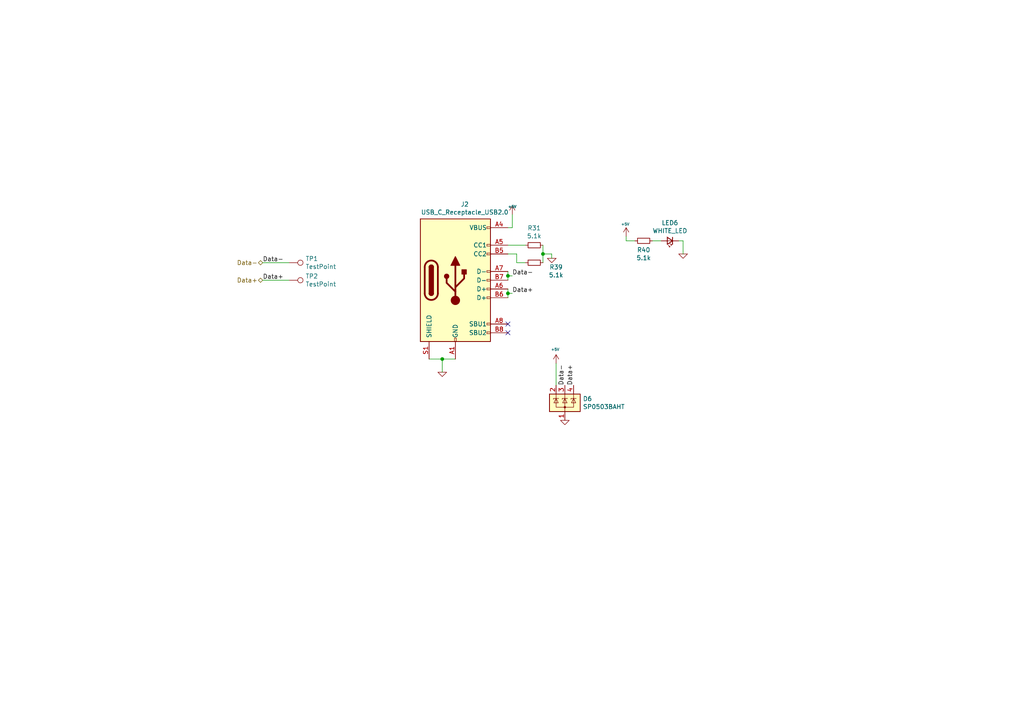
<source format=kicad_sch>
(kicad_sch (version 20250114) (generator "eeschema") (generator_version "9.0")
  (paper "A4")
  (lib_symbols
    (symbol "+5V_9" (power) (pin_names (offset 0))
      (property "Value" "+5V" (at 0 3.556 0))
      (symbol "+5V_9_0_1"
        (polyline (pts (xy -0.762 1.27) (xy 0 2.54)))
        (polyline (pts (xy 0 2.54) (xy 0.762 1.27)))
        (polyline (pts (xy 0 0) (xy 0 2.54)))
      )
      (symbol "+5V_9_1_1"
        (pin power_in line (at 0 0 90) (length 0) (hide yes) (name "+5V") (number "1"))
      )
    )
    (symbol "Connector:TestPoint" (pin_numbers (hide yes)) (pin_names (offset 0.762) (hide yes))
      (property "Reference" "TP" (at 0 6.858 0))
      (property "Value" "TestPoint" (at 0 5.08 0))
      (symbol "TestPoint_0_1"
        (circle (center 0 3.302) (radius 0.762))
      )
      (symbol "TestPoint_1_1"
        (pin passive line (at 0 0 90) (length 2.54) (name "1") (number "1"))
      )
    )
    (symbol "Connector:USB_C_Receptacle_USB2.0" (pin_names (offset 1.016))
      (property "Reference" "J" (at -10.16 19.05 0))
      (property "Value" "USB_C_Receptacle_USB2.0" (at 19.05 19.05 0))
      (symbol "USB_C_Receptacle_USB2.0_0_0"
        (rectangle (start -0.254 -17.78) (end 0.254 -16.764))
        (rectangle (start 10.16 15.494) (end 9.144 14.986))
        (rectangle (start 10.16 10.414) (end 9.144 9.906))
        (rectangle (start 10.16 7.874) (end 9.144 7.366))
        (rectangle (start 10.16 2.794) (end 9.144 2.286))
        (rectangle (start 10.16 0.254) (end 9.144 -0.254))
        (rectangle (start 10.16 -2.286) (end 9.144 -2.794))
        (rectangle (start 10.16 -4.826) (end 9.144 -5.334))
        (rectangle (start 10.16 -12.446) (end 9.144 -12.954))
        (rectangle (start 10.16 -14.986) (end 9.144 -15.494))
      )
      (symbol "USB_C_Receptacle_USB2.0_0_1"
        (rectangle (start -10.16 17.78) (end 10.16 -17.78) (stroke (width 0.254)) (fill (type background)))
        (polyline (pts (xy -8.89 -3.81) (xy -8.89 3.81)) (stroke (width 0.508)))
        (rectangle (start -7.62 -3.81) (end -6.35 3.81) (stroke (width 0.254)) (fill (type outline)))
        (arc (start -7.62 3.81) (mid -6.985 4.4423) (end -6.35 3.81) (stroke (width 0.254)))
        (arc (start -7.62 3.81) (mid -6.985 4.4423) (end -6.35 3.81) (stroke (width 0.254)) (fill (type outline)))
        (arc (start -8.89 3.81) (mid -6.985 5.7067) (end -5.08 3.81) (stroke (width 0.508)))
        (arc (start -5.08 -3.81) (mid -6.985 -5.7067) (end -8.89 -3.81) (stroke (width 0.508)))
        (arc (start -6.35 -3.81) (mid -6.985 -4.4423) (end -7.62 -3.81) (stroke (width 0.254)))
        (arc (start -6.35 -3.81) (mid -6.985 -4.4423) (end -7.62 -3.81) (stroke (width 0.254)) (fill (type outline)))
        (polyline (pts (xy -5.08 3.81) (xy -5.08 -3.81)) (stroke (width 0.508)))
        (circle (center -2.54 1.143) (radius 0.635) (stroke (width 0.254)) (fill (type outline)))
        (polyline (pts (xy -1.27 4.318) (xy 0 6.858) (xy 1.27 4.318) (xy -1.27 4.318)) (stroke (width 0.254)) (fill (type outline)))
        (polyline (pts (xy 0 -2.032) (xy 2.54 0.508) (xy 2.54 1.778)) (stroke (width 0.508)))
        (polyline (pts (xy 0 -3.302) (xy -2.54 -0.762) (xy -2.54 0.508)) (stroke (width 0.508)))
        (polyline (pts (xy 0 -5.842) (xy 0 4.318)) (stroke (width 0.508)))
        (circle (center 0 -5.842) (radius 1.27) (fill (type outline)))
        (rectangle (start 1.905 1.778) (end 3.175 3.048) (stroke (width 0.254)) (fill (type outline)))
      )
      (symbol "USB_C_Receptacle_USB2.0_1_1"
        (pin passive line (at -7.62 -22.86 90) (length 5.08) (name "SHIELD") (number "S1"))
        (pin passive line (at 0 -22.86 90) (length 5.08) (name "GND") (number "A1"))
        (pin passive line (at 0 -22.86 90) (length 5.08) (hide yes) (name "GND") (number "A12"))
        (pin passive line (at 0 -22.86 90) (length 5.08) (hide yes) (name "GND") (number "B1"))
        (pin passive line (at 0 -22.86 90) (length 5.08) (hide yes) (name "GND") (number "B12"))
        (pin passive line (at 15.24 15.24 180) (length 5.08) (name "VBUS") (number "A4"))
        (pin passive line (at 15.24 15.24 180) (length 5.08) (hide yes) (name "VBUS") (number "A9"))
        (pin passive line (at 15.24 15.24 180) (length 5.08) (hide yes) (name "VBUS") (number "B4"))
        (pin passive line (at 15.24 15.24 180) (length 5.08) (hide yes) (name "VBUS") (number "B9"))
        (pin bidirectional line (at 15.24 10.16 180) (length 5.08) (name "CC1") (number "A5"))
        (pin bidirectional line (at 15.24 7.62 180) (length 5.08) (name "CC2") (number "B5"))
        (pin bidirectional line (at 15.24 2.54 180) (length 5.08) (name "D-") (number "A7"))
        (pin bidirectional line (at 15.24 0 180) (length 5.08) (name "D-") (number "B7"))
        (pin bidirectional line (at 15.24 -2.54 180) (length 5.08) (name "D+") (number "A6"))
        (pin bidirectional line (at 15.24 -5.08 180) (length 5.08) (name "D+") (number "B6"))
        (pin bidirectional line (at 15.24 -12.7 180) (length 5.08) (name "SBU1") (number "A8"))
        (pin bidirectional line (at 15.24 -15.24 180) (length 5.08) (name "SBU2") (number "B8"))
      )
    )
    (symbol "Device:LED_Small" (pin_numbers (hide yes)) (pin_names (offset 0.254) (hide yes))
      (property "Reference" "D" (at -1.27 3.175 0))
      (property "Value" "LED_Small" (at -4.445 -2.54 0))
      (symbol "LED_Small_0_1"
        (polyline (pts (xy -0.762 -1.016) (xy -0.762 1.016)) (stroke (width 0.254)))
        (polyline (pts (xy 0 0.762) (xy -0.508 1.27) (xy -0.254 1.27) (xy -0.508 1.27) (xy -0.508 1.016)))
        (polyline (pts (xy 0.508 1.27) (xy 0 1.778) (xy 0.254 1.778) (xy 0 1.778) (xy 0 1.524)))
        (polyline (pts (xy 0.762 -1.016) (xy -0.762 0) (xy 0.762 1.016) (xy 0.762 -1.016)) (stroke (width 0.254)))
        (polyline (pts (xy 1.016 0) (xy -0.762 0)))
      )
      (symbol "LED_Small_1_1"
        (pin passive line (at -2.54 0 0) (length 1.778) (name "K") (number "1"))
        (pin passive line (at 2.54 0 180) (length 1.778) (name "A") (number "2"))
      )
    )
    (symbol "Device:R_Small" (pin_numbers (hide yes)) (pin_names (offset 0.254) (hide yes))
      (property "Reference" "R" (at 0.762 0.508 0))
      (property "Value" "R_Small" (at 0.762 -1.016 0))
      (symbol "R_Small_0_1"
        (rectangle (start -0.762 1.778) (end 0.762 -1.778) (stroke (width 0.2032)))
      )
      (symbol "R_Small_1_1"
        (pin passive line (at 0 2.54 270) (length 0.762) (name "~") (number "1"))
        (pin passive line (at 0 -2.54 90) (length 0.762) (name "~") (number "2"))
      )
    )
    (symbol "GND-RESCUE-BLDC_4_29" (power) (pin_names (offset 0))
      (symbol "GND-RESCUE-BLDC_4_29_0_1"
        (polyline (pts (xy -1.27 0) (xy 0 -1.27) (xy 1.27 0) (xy -1.27 0)))
      )
      (symbol "GND-RESCUE-BLDC_4_29_1_1"
        (pin power_in line (at 0 0 90) (length 0) (hide yes) (name "GND") (number "1"))
      )
    )
    (symbol "Power_Protection:SP0503BAHT" (pin_names (hide yes))
      (property "Reference" "D" (at 5.715 2.54 0))
      (property "Value" "SP0503BAHT" (at 5.715 0.635 0))
      (symbol "SP0503BAHT_0_0"
        (pin passive line (at 0 -5.08 90) (length 2.54) (name "A") (number "1"))
      )
      (symbol "SP0503BAHT_0_1"
        (rectangle (start -4.445 2.54) (end 4.445 -2.54) (stroke (width 0.254)) (fill (type background)))
        (polyline (pts (xy -3.302 1.016) (xy -3.302 1.27) (xy -1.905 1.27) (xy -1.778 1.27)))
        (polyline (pts (xy -2.54 2.54) (xy -2.54 1.27)))
        (polyline (pts (xy -2.54 1.27) (xy -2.54 -1.27) (xy 2.54 -1.27) (xy 2.54 1.27)))
        (polyline (pts (xy -2.54 1.27) (xy -1.905 0) (xy -3.175 0) (xy -2.54 1.27)))
        (polyline (pts (xy 0 2.54) (xy 0 1.27)))
        (polyline (pts (xy 0 -1.27) (xy 0 1.27)))
        (polyline (pts (xy 0 -1.27) (xy 0 -2.54)))
        (circle (center 0 -1.27) (radius 0.254) (fill (type outline)))
        (polyline (pts (xy 0.635 1.27) (xy 0.762 1.27)))
        (polyline (pts (xy 0.635 1.27) (xy -0.762 1.27) (xy -0.762 1.016)))
        (polyline (pts (xy 0.635 0) (xy -0.635 0) (xy 0 1.27) (xy 0.635 0)))
        (polyline (pts (xy 1.778 1.016) (xy 1.778 1.27) (xy 3.175 1.27) (xy 3.302 1.27)))
        (polyline (pts (xy 2.54 2.54) (xy 2.54 1.27)))
        (polyline (pts (xy 2.54 1.27) (xy 1.905 0) (xy 3.175 0) (xy 2.54 1.27)))
      )
      (symbol "SP0503BAHT_1_1"
        (pin passive line (at -2.54 5.08 270) (length 2.54) (name "K") (number "2"))
        (pin passive line (at 0 5.08 270) (length 2.54) (name "K") (number "3"))
        (pin passive line (at 2.54 5.08 270) (length 2.54) (name "K") (number "4"))
      )
    )
  )
  (junction (at 147.32 85.09))
  (junction (at 128.27 104.14))
  (junction (at 147.32 80.01))
  (junction (at 157.48 73.66))
  (no_connect (at 147.32 93.98))
  (no_connect (at 147.32 96.52))
  (wire (pts (xy 128.27 104.14) (xy 128.27 107.95)))
  (wire (pts (xy 161.29 105.41) (xy 161.29 111.76)))
  (wire (pts (xy 76.2 76.2) (xy 83.82 76.2)))
  (wire (pts (xy 149.86 76.2) (xy 152.4 76.2)))
  (wire (pts (xy 147.32 85.09) (xy 148.59 85.09)))
  (wire (pts (xy 157.48 71.12) (xy 157.48 73.66)))
  (wire (pts (xy 147.32 81.28) (xy 147.32 80.01)))
  (wire (pts (xy 147.32 71.12) (xy 152.4 71.12)))
  (wire (pts (xy 124.46 104.14) (xy 128.27 104.14)))
  (wire (pts (xy 149.86 73.66) (xy 149.86 76.2)))
  (wire (pts (xy 147.32 80.01) (xy 147.32 78.74)))
  (wire (pts (xy 148.59 62.23) (xy 148.59 66.04)))
  (wire (pts (xy 148.59 66.04) (xy 147.32 66.04)))
  (wire (pts (xy 198.12 73.66) (xy 198.12 69.85)))
  (wire (pts (xy 157.48 73.66) (xy 160.02 73.66)))
  (wire (pts (xy 147.32 73.66) (xy 149.86 73.66)))
  (wire (pts (xy 157.48 76.2) (xy 157.48 73.66)))
  (wire (pts (xy 147.32 80.01) (xy 148.59 80.01)))
  (wire (pts (xy 128.27 104.14) (xy 132.08 104.14)))
  (wire (pts (xy 181.61 69.85) (xy 181.61 68.58)))
  (wire (pts (xy 184.15 69.85) (xy 181.61 69.85)))
  (wire (pts (xy 147.32 85.09) (xy 147.32 86.36)))
  (wire (pts (xy 147.32 83.82) (xy 147.32 85.09)))
  (wire (pts (xy 76.2 81.28) (xy 83.82 81.28)))
  (wire (pts (xy 160.02 73.66) (xy 160.02 74.93)))
  (wire (pts (xy 191.77 69.85) (xy 189.23 69.85)))
  (wire (pts (xy 198.12 69.85) (xy 196.85 69.85)))
  (label "Data+" (at 148.59 85.09 0))
  (label "Data-" (at 76.2 76.2 0))
  (label "Data+" (at 166.37 111.76 90))
  (label "Data-" (at 148.59 80.01 0))
  (label "Data-" (at 163.83 111.76 90))
  (label "Data+" (at 76.2 81.28 0))
  (hierarchical_label "Data-" (shape bidirectional) (at 76.2 76.2 180))
  (hierarchical_label "Data+" (shape bidirectional) (at 76.2 81.28 180))
  (symbol (lib_id "Connector:USB_C_Receptacle_USB2.0") (at 132.08 81.28 0) (unit 1)
    (property "Reference" "J2" (at 134.7978 59.2582 0))
    (property "Value" "USB_C_Receptacle_USB2.0" (at 134.7978 61.5696 0))
    (property "Footprint" "iclr:USB_C_Receptacle_Palconn_UTC16-G" (effects (hide yes)))
    (property "Datasheet" "https://www.usb.org/sites/default/files/documents/usb_type-c.zip" (effects (hide yes)))
  )
  (symbol (lib_id "Connector:TestPoint") (at 83.82 76.2 270) (unit 1)
    (property "Reference" "TP1" (at 88.5952 75.0316 90) (effects (justify left)))
    (property "Value" "TestPoint" (at 88.5952 77.343 90) (effects (justify left)))
    (property "Footprint" "TestPoint:TestPoint_Pad_D1.0mm" (effects (hide yes)))
    (property "Description" "test point" (effects (hide yes)))
  )
  (symbol (lib_id "Connector:TestPoint") (at 83.82 81.28 270) (unit 1)
    (property "Reference" "TP2" (at 88.5952 80.1116 90) (effects (justify left)))
    (property "Value" "TestPoint" (at 88.5952 82.423 90) (effects (justify left)))
    (property "Footprint" "TestPoint:TestPoint_Pad_D1.0mm" (effects (hide yes)))
    (property "Description" "test point" (effects (hide yes)))
  )
  (symbol (lib_id "Device:LED_Small") (at 194.31 69.85 180) (unit 1)
    (property "Reference" "LED6" (at 194.31 64.643 0))
    (property "Value" "WHITE_LED" (at 194.31 66.9544 0))
    (property "Footprint" "LED_SMD:LED_0402_1005Metric" (effects (hide yes)))
    (property "Description" "Light emitting diode, small symbol" (effects (hide yes)))
  )
  (symbol (lib_name "+5V_9") (lib_id "BLDC_4-rescue:+5V") (at 161.29 105.41 0) (unit 1)
    (property "Reference" "#PWR027" (effects (hide yes)))
    (property "Value" "+5V" (at 161.036 101.346 0) (effects (font (size 0.762 0.762))))
  )
  (symbol (lib_name "+5V_9") (lib_id "BLDC_4-rescue:+5V") (at 148.59 62.23 0) (unit 1)
    (property "Reference" "#PWR029" (effects (hide yes)))
    (property "Value" "+5V" (at 148.59 59.944 0) (effects (font (size 0.762 0.762))))
  )
  (symbol (lib_id "Device:R_Small") (at 186.69 69.85 90) (unit 1)
    (property "Reference" "R40" (at 186.69 72.4916 90))
    (property "Value" "5.1k" (at 186.69 74.803 90))
    (property "Footprint" "Resistor_SMD:R_0402_1005Metric" (effects (hide yes)))
    (property "Description" "Resistor, small symbol" (effects (hide yes)))
  )
  (symbol (lib_id "Device:R_Small") (at 154.94 76.2 270) (unit 1)
    (property "Reference" "R39" (at 161.29 77.47 90))
    (property "Value" "5.1k" (at 161.29 79.7814 90))
    (property "Footprint" "Resistor_SMD:R_0402_1005Metric" (effects (hide yes)))
    (property "Description" "Resistor, small symbol" (effects (hide yes)))
  )
  (symbol (lib_name "GND-RESCUE-BLDC_4_29") (lib_id "BLDC_4-rescue:GND-RESCUE-BLDC_4") (at 163.83 121.92 0) (mirror y) (unit 1)
    (property "Reference" "#PWR028" (effects (hide yes)))
    (property "Value" "GND" (effects (hide yes)))
  )
  (symbol (lib_name "GND-RESCUE-BLDC_4_29") (lib_id "BLDC_4-rescue:GND-RESCUE-BLDC_4") (at 128.27 107.95 0) (mirror y) (unit 1)
    (property "Reference" "#PWR026" (effects (hide yes)))
    (property "Value" "GND" (effects (hide yes)))
  )
  (symbol (lib_id "Power_Protection:SP0503BAHT") (at 163.83 116.84 0) (unit 1)
    (property "Reference" "D6" (at 169.037 115.6716 0) (effects (justify left)))
    (property "Value" "SP0503BAHT" (at 169.037 117.983 0) (effects (justify left)))
    (property "Footprint" "Package_TO_SOT_SMD:SOT-143" (effects (hide yes)))
    (property "Datasheet" "http://www.littelfuse.com/~/media/files/littelfuse/technical%20resources/documents/data%20sheets/sp05xxba.pdf" (effects (hide yes)))
    (property "Description" "TVS Diode Array, 5.5V Standoff, 3 Channels, SOT-143 package" (effects (hide yes)))
  )
  (symbol (lib_name "+5V_9") (lib_id "BLDC_4-rescue:+5V") (at 181.61 68.58 0) (unit 1)
    (property "Reference" "#PWR025" (effects (hide yes)))
    (property "Value" "+5V" (at 181.356 65.024 0) (effects (font (size 0.762 0.762))))
  )
  (symbol (lib_id "Device:R_Small") (at 154.94 71.12 90) (unit 1)
    (property "Reference" "R31" (at 154.94 66.1416 90))
    (property "Value" "5.1k" (at 154.94 68.453 90))
    (property "Footprint" "Resistor_SMD:R_0402_1005Metric" (effects (hide yes)))
    (property "Description" "Resistor, small symbol" (effects (hide yes)))
  )
  (symbol (lib_name "GND-RESCUE-BLDC_4_29") (lib_id "BLDC_4-rescue:GND-RESCUE-BLDC_4") (at 198.12 73.66 0) (mirror y) (unit 1)
    (property "Reference" "#PWR082" (effects (hide yes)))
    (property "Value" "GND" (effects (hide yes)))
  )
  (symbol (lib_name "GND-RESCUE-BLDC_4_29") (lib_id "BLDC_4-rescue:GND-RESCUE-BLDC_4") (at 160.02 74.93 0) (mirror y) (unit 1)
    (property "Reference" "#PWR081" (effects (hide yes)))
    (property "Value" "GND" (effects (hide yes)))
  )
)
</source>
